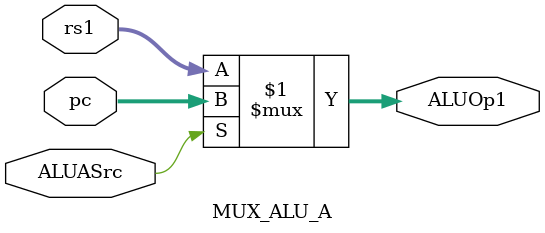
<source format=sv>
module MUX_ALU_A(
    input logic [31:0] rs1,
    input logic [31:0] pc,
    input logic ALUASrc,
    output logic [31:0] ALUOp1
);

assign ALUOp1 = ALUASrc ? pc : rs1;

endmodule
</source>
